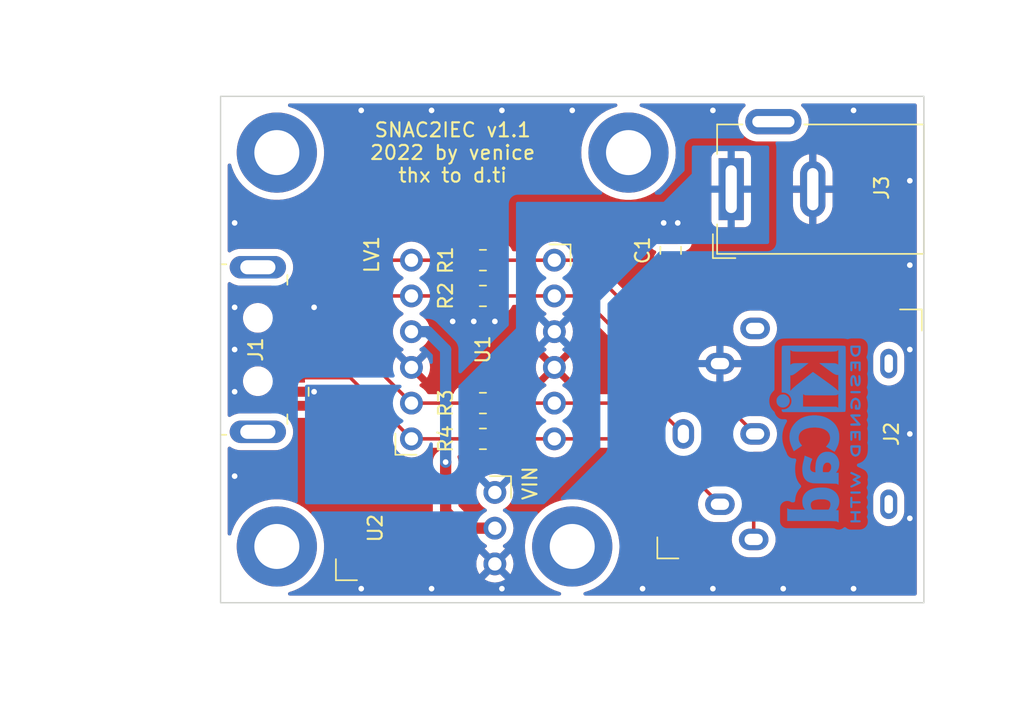
<source format=kicad_pcb>
(kicad_pcb (version 20211014) (generator pcbnew)
  (title_block (comment 4 "AISLER Project ID: KKYAYIPM"))
  (layers (0 "F.Cu" signal) (31 "B.Cu" signal) (34 "B.Paste" user) (35 "F.Paste" user) (36 "B.SilkS" user "B.Silkscreen") (37 "F.SilkS" user "F.Silkscreen") (38 "B.Mask" user) (39 "F.Mask" user) (44 "Edge.Cuts" user))
  (net 0 "")
  (net 2 "VBUS")
  (net 4 "/LV1")
  (net 5 "/LV2")
  (net 6 "/LV3")
  (net 7 "/LV4")
  (net 8 "GND")
  (net 11 "/HV3")
  (net 12 "/HV4")
  (net 13 "/HV1")
  (net 15 "/HV2")
  (net 16 "+3V3")
  (footprint "MountingHole:MountingHole_3.2mm_M3_ISO7380_Pad" (layer "F.Cu") (at 128.86 66.01)
    (fp_text reference "H1" hide)
    (fp_text value "M3")
  )
  (footprint "Connector_USB:USB3_A_Plug_Wuerth_692112030100_Horizontal" (layer "F.Cu") (at 128.185 80.01 180)
    (fp_text reference "J1")
    (fp_text value "USB3_A")
  )
  (footprint "MountingHole:MountingHole_3.2mm_M3_ISO7380_Pad" (layer "F.Cu") (at 149.86 94.01)
    (fp_text reference "H4" hide)
    (fp_text value "M3")
  )
  (footprint "MountingHole:MountingHole_3.2mm_M3_ISO7380_Pad" (layer "F.Cu") (at 128.86 94.01)
    (fp_text reference "H3" hide)
    (fp_text value "M3")
  )
  (footprint "Connector_BarrelJack:BarrelJack_Wuerth_6941xx301002" (layer "F.Cu") (at 161.16 68.61 90)
    (fp_text reference "J3")
    (fp_text value "Barrel_Jack")
  )
  (footprint "Resistor_SMD:R_0805_2012Metric_Pad1.20x1.40mm_HandSolder" (layer "F.Cu") (at 143.51 83.82 180)
    (fp_text reference "R3")
    (fp_text value "0R")
  )
  (footprint "Resistor_SMD:R_0805_2012Metric_Pad1.20x1.40mm_HandSolder" (layer "F.Cu") (at 143.51 86.36 180)
    (fp_text reference "R4")
    (fp_text value "0R")
  )
  (footprint "Resistor_SMD:R_0805_2012Metric_Pad1.20x1.40mm_HandSolder" (layer "F.Cu") (at 143.51 76.2 180)
    (fp_text reference "R2")
    (fp_text value "0R")
  )
  (footprint "VeniceFootprints:Breakout_LDO_AMS1117_3.3V" (layer "F.Cu") (at 131.66 92.71 -90)
    (fp_text reference "U2")
    (fp_text value "Breakout_LDO")
  )
  (footprint "Capacitor_SMD:C_0805_2012Metric" (layer "F.Cu") (at 156.86 72.96 -90)
    (fp_text reference "C1")
    (fp_text value "4.7uF")
  )
  (footprint "VeniceFootprints:DIN_6Pin_Print_Connector_IEC_Layout" (layer "F.Cu") (at 157.76 86.01 90)
    (fp_text reference "J2")
    (fp_text value "DIN-6")
  )
  (footprint "MountingHole:MountingHole_3.2mm_M3_ISO7380_Pad" (layer "F.Cu") (at 153.86 66.01)
    (fp_text reference "H2" hide)
    (fp_text value "M3")
  )
  (footprint "Resistor_SMD:R_0805_2012Metric_Pad1.20x1.40mm_HandSolder" (layer "F.Cu") (at 143.51 73.66 180)
    (fp_text reference "R1")
    (fp_text value "0R")
  )
  (footprint "VeniceFootprints:Breakout_LevelShiffer_4Channel" (layer "F.Cu") (at 135.89 78.74 -90)
    (fp_text reference "U1")
    (fp_text value "Breakout_LevelShifter_4-Channel")
  )
  (footprint "Symbol:KiCad-Logo2_5mm_Copper" (layer "B.Cu") (at 167.36 86.01 -90)
    (fp_text reference "" hide)
    (fp_text value "" hide)
  )
  (gr_rect (start 124.86 62.01) (end 174.86 98.01) (layer "Edge.Cuts") (width 0.1) (fill none))
  (gr_text "VIN" (at 146.86 89.51 90) (layer "F.SilkS") (effects (font (size 1 1))))
  (gr_text "SNAC2IEC v1.1\n2022 by venice\nthx to d.ti" (at 141.36 66.01) (layer "F.SilkS") (effects (font (size 1 1))))
  (gr_text "LV1" (at 135.61 73.26 90) (layer "F.SilkS") (effects (font (size 1 1))))
  (segment (start 129.96 83.01) (end 131.51 83.01) (width 0.7) (layer "F.Cu") (net 2))
  (via (at 156.36 71.01) (size 0.8) (drill 0.4) (layers "F.Cu" "B.Cu") (net 2))
  (via (at 131.51 83.01) (size 0.8) (drill 0.4) (layers "F.Cu" "B.Cu") (net 2))
  (via (at 157.36 71.01) (size 0.8) (drill 0.4) (layers "F.Cu" "B.Cu") (net 2))
  (segment (start 133.51 76.01) (end 129.96 76.01) (width 0.25) (layer "F.Cu") (net 4))
  (segment (start 138.43 73.66) (end 135.86 73.66) (width 0.25) (layer "F.Cu") (net 4))
  (segment (start 142.51 73.66) (end 138.43 73.66) (width 0.25) (layer "F.Cu") (net 4))
  (segment (start 135.86 73.66) (end 133.51 76.01) (width 0.25) (layer "F.Cu") (net 4))
  (segment (start 136.32 76.2) (end 134.51 78.01) (width 0.25) (layer "F.Cu") (net 5))
  (segment (start 142.51 76.2) (end 138.43 76.2) (width 0.25) (layer "F.Cu") (net 5))
  (segment (start 134.51 78.01) (end 129.96 78.01) (width 0.25) (layer "F.Cu") (net 5))
  (segment (start 138.43 76.2) (end 136.32 76.2) (width 0.25) (layer "F.Cu") (net 5))
  (segment (start 134.62 80.01) (end 129.96 80.01) (width 0.25) (layer "F.Cu") (net 6))
  (segment (start 142.51 83.82) (end 138.43 83.82) (width 0.25) (layer "F.Cu") (net 6))
  (segment (start 138.43 83.82) (end 134.62 80.01) (width 0.25) (layer "F.Cu") (net 6))
  (segment (start 138.43 86.36) (end 142.51 86.36) (width 0.25) (layer "F.Cu") (net 7))
  (segment (start 134.08 82.01) (end 129.96 82.01) (width 0.25) (layer "F.Cu") (net 7))
  (segment (start 138.43 86.36) (end 134.08 82.01) (width 0.25) (layer "F.Cu") (net 7))
  (segment (start 129.96 77.01) (end 131.51 77.01) (width 0.7) (layer "F.Cu") (net 8))
  (via (at 144.86 97.01) (size 0.8) (drill 0.4) (layers "F.Cu" "B.Cu") (net 8))
  (via (at 125.86 83.01) (size 0.8) (drill 0.4) (layers "F.Cu" "B.Cu") (net 8))
  (via (at 149.86 63.01) (size 0.8) (drill 0.4) (layers "F.Cu" "B.Cu") (net 8))
  (via (at 125.86 89.01) (size 0.8) (drill 0.4) (layers "F.Cu" "B.Cu") (net 8))
  (via (at 144.36 78.01) (size 0.8) (drill 0.4) (layers "F.Cu" "B.Cu") (net 8))
  (via (at 164.86 97.01) (size 0.8) (drill 0.4) (layers "F.Cu" "B.Cu") (net 8))
  (via (at 125.86 77.01) (size 0.8) (drill 0.4) (layers "F.Cu" "B.Cu") (net 8))
  (via (at 131.51 77.01) (size 0.8) (drill 0.4) (layers "F.Cu" "B.Cu") (net 8))
  (via (at 144.86 63.01) (size 0.8) (drill 0.4) (layers "F.Cu" "B.Cu") (net 8))
  (via (at 125.86 71.01) (size 0.8) (drill 0.4) (layers "F.Cu" "B.Cu") (net 8))
  (via (at 141.36 78.01) (size 0.8) (drill 0.4) (layers "F.Cu" "B.Cu") (net 8))
  (via (at 139.86 63.01) (size 0.8) (drill 0.4) (layers "F.Cu" "B.Cu") (net 8))
  (via (at 142.86 78.01) (size 0.8) (drill 0.4) (layers "F.Cu" "B.Cu") (net 8))
  (via (at 169.86 97.01) (size 0.8) (drill 0.4) (layers "F.Cu" "B.Cu") (net 8))
  (via (at 173.86 92.01) (size 0.8) (drill 0.4) (layers "F.Cu" "B.Cu") (net 8))
  (via (at 125.86 80.01) (size 0.8) (drill 0.4) (layers "F.Cu" "B.Cu") (net 8))
  (via (at 159.86 63.01) (size 0.8) (drill 0.4) (layers "F.Cu" "B.Cu") (net 8))
  (via (at 139.86 97.01) (size 0.8) (drill 0.4) (layers "F.Cu" "B.Cu") (net 8))
  (via (at 159.86 97.01) (size 0.8) (drill 0.4) (layers "F.Cu" "B.Cu") (net 8))
  (via (at 169.86 63.01) (size 0.8) (drill 0.4) (layers "F.Cu" "B.Cu") (net 8))
  (via (at 173.86 80.01) (size 0.8) (drill 0.4) (layers "F.Cu" "B.Cu") (net 8))
  (via (at 154.86 97.01) (size 0.8) (drill 0.4) (layers "F.Cu" "B.Cu") (net 8))
  (via (at 173.86 68.01) (size 0.8) (drill 0.4) (layers "F.Cu" "B.Cu") (net 8))
  (via (at 173.86 86.01) (size 0.8) (drill 0.4) (layers "F.Cu" "B.Cu") (net 8))
  (via (at 134.86 97.01) (size 0.8) (drill 0.4) (layers "F.Cu" "B.Cu") (net 8))
  (via (at 173.86 74.01) (size 0.8) (drill 0.4) (layers "F.Cu" "B.Cu") (net 8))
  (via (at 134.86 63.01) (size 0.8) (drill 0.4) (layers "F.Cu" "B.Cu") (net 8))
  (segment (start 148.59 83.82) (end 155.57 83.82) (width 0.25) (layer "F.Cu") (net 11))
  (segment (start 155.57 83.82) (end 157.76 86.01) (width 0.25) (layer "F.Cu") (net 11))
  (segment (start 144.51 83.82) (end 148.59 83.82) (width 0.25) (layer "F.Cu") (net 11))
  (segment (start 148.59 86.36) (end 155.71 86.36) (width 0.25) (layer "F.Cu") (net 12))
  (segment (start 155.71 86.36) (end 160.36 91.01) (width 0.25) (layer "F.Cu") (net 12))
  (segment (start 144.51 86.36) (end 148.59 86.36) (width 0.25) (layer "F.Cu") (net 12))
  (segment (start 150.51 73.66) (end 162.86 86.01) (width 0.25) (layer "F.Cu") (net 13))
  (segment (start 148.59 73.66) (end 150.51 73.66) (width 0.25) (layer "F.Cu") (net 13))
  (segment (start 144.51 73.66) (end 148.59 73.66) (width 0.25) (layer "F.Cu") (net 13))
  (segment (start 162.76 88.48) (end 162.76 93.51) (width 0.25) (layer "F.Cu") (net 15))
  (segment (start 148.59 76.2) (end 150.48 76.2) (width 0.25) (layer "F.Cu") (net 15))
  (segment (start 144.51 76.2) (end 148.59 76.2) (width 0.25) (layer "F.Cu") (net 15))
  (segment (start 150.48 76.2) (end 162.76 88.48) (width 0.25) (layer "F.Cu") (net 15))
  (segment (start 142.06 92.71) (end 144.36 92.71) (width 0.8) (layer "F.Cu") (net 16))
  (segment (start 140.86 91.51) (end 142.06 92.71) (width 0.8) (layer "F.Cu") (net 16))
  (segment (start 140.86 88.01) (end 140.86 91.51) (width 0.8) (layer "F.Cu") (net 16))
  (via (at 140.86 88.01) (size 0.8) (drill 0.4) (layers "F.Cu" "B.Cu") (net 16))
  (segment (start 139.59 78.74) (end 138.43 78.74) (width 0.8) (layer "B.Cu") (net 16))
  (segment (start 140.86 88.01) (end 140.86 80.01) (width 0.8) (layer "B.Cu") (net 16))
  (segment (start 140.86 80.01) (end 139.59 78.74) (width 0.8) (layer "B.Cu") (net 16))
  (zone (net 8) (net_name "GND") (layers F&B.Cu) (connect_pads (clearance 0.508)) (min_thickness 0.254) (fill yes (thermal_gap 0.508) (thermal_bridge_width 0.508))
    (polygon (pts (xy 175.36 98.51) (xy 124.36 98.51) (xy 124.36 61.51) (xy 175.36 61.51)))
  )
  (zone (net 2) (net_name "VBUS") (layer "F.Cu") (priority 1) (connect_pads yes (clearance 0.508)) (min_thickness 0.254) (fill yes (thermal_gap 0.508) (thermal_bridge_width 0.508))
    (polygon (pts (xy 157.86 72.51) (xy 155.86 72.51) (xy 155.86 70.51) (xy 157.86 70.51)))
  )
  (zone (net 2) (net_name "VBUS") (layer "B.Cu") (priority 1) (connect_pads (clearance 0.508)) (min_thickness 0.254) (fill yes (thermal_gap 0.508) (thermal_bridge_width 0.508))
    (polygon (pts (xy 163.86 72.51) (xy 155.86 72.51) (xy 151.86 76.51) (xy 151.86 87.01) (xy 147.86 91.01) (xy 130.86 91.01) (xy 130.86 82.51) (xy 141.86 82.51) (xy 145.86 78.51) (xy 145.86 69.51) (xy 156.36 69.51) (xy 158.36 67.51) (xy 158.36 65.51) (xy 163.86 65.51)))
  )
)
</source>
